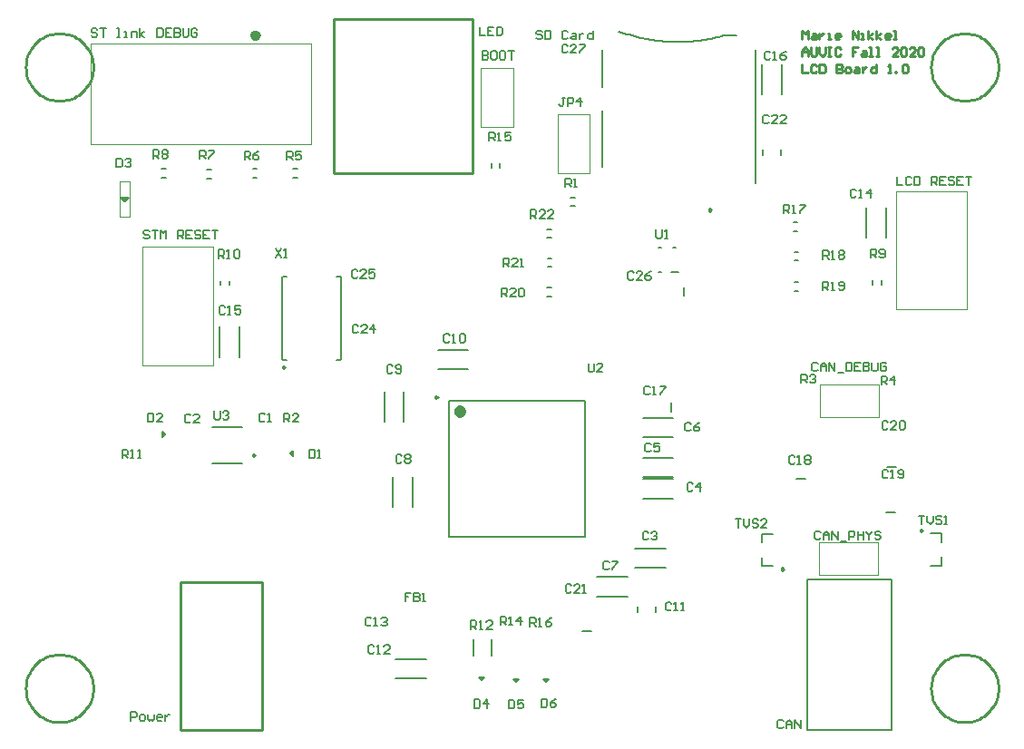
<source format=gto>
G04*
G04 #@! TF.GenerationSoftware,Altium Limited,Altium Designer,20.2.6 (244)*
G04*
G04 Layer_Color=65535*
%FSLAX25Y25*%
%MOIN*%
G70*
G04*
G04 #@! TF.SameCoordinates,4AA97A5E-EA8F-4A6E-9BBD-7CD435F3AC8D*
G04*
G04*
G04 #@! TF.FilePolarity,Positive*
G04*
G01*
G75*
%ADD10C,0.02000*%
%ADD11C,0.00984*%
%ADD12C,0.00787*%
%ADD13C,0.01000*%
%ADD14C,0.02362*%
%ADD15C,0.00394*%
%ADD16C,0.01200*%
%ADD17C,0.00900*%
%ADD18C,0.00600*%
D10*
X96750Y255650D02*
X96250Y256516D01*
X95250D01*
X94750Y255650D01*
X95250Y254784D01*
X96250D01*
X96750Y255650D01*
D11*
X263154Y191663D02*
X262416Y192089D01*
Y191237D01*
X263154Y191663D01*
X162616Y122829D02*
X161878Y123256D01*
Y122403D01*
X162616Y122829D01*
X289667Y59528D02*
X288929Y59955D01*
Y59102D01*
X289667Y59528D01*
X340678Y73817D02*
X339939Y74243D01*
Y73390D01*
X340678Y73817D01*
X95411Y101499D02*
X94673Y101925D01*
Y101073D01*
X95411Y101499D01*
X106535Y133751D02*
X105797Y134177D01*
Y133325D01*
X106535Y133751D01*
D12*
X229206Y257236D02*
X230156Y256895D01*
X231111Y256569D01*
X232071Y256259D01*
X233036Y255964D01*
X234005Y255684D01*
X234979Y255421D01*
X235958Y255173D01*
X236940Y254941D01*
X237925Y254724D01*
X238914Y254524D01*
X239906Y254340D01*
X240901Y254171D01*
X241899Y254019D01*
X242899Y253883D01*
X243900Y253762D01*
X244904Y253659D01*
X245909Y253571D01*
X246916Y253499D01*
X247923Y253444D01*
X248932Y253405D01*
X249940Y253382D01*
X250950Y253375D01*
X251958Y253385D01*
X252967Y253411D01*
X253975Y253453D01*
X254983Y253512D01*
X255989Y253587D01*
X256994Y253677D01*
X257997Y253784D01*
X258999Y253908D01*
X259998Y254047D01*
X260995Y254203D01*
X261990Y254374D01*
X262981Y254562D01*
X263969Y254765D01*
X264954Y254985D01*
X265936Y255220D01*
X266913Y255471D01*
X267886Y255738D01*
X289017Y234121D02*
Y245192D01*
X281883Y234121D02*
Y245192D01*
X237928Y115217D02*
X249000D01*
X237928Y108083D02*
X249000D01*
X242696Y43694D02*
Y45663D01*
X236003Y43694D02*
Y45663D01*
X320233Y181328D02*
Y192400D01*
X327367Y181328D02*
Y192400D01*
X288846Y211787D02*
Y213756D01*
X282154Y211787D02*
Y213756D01*
X61116Y206625D02*
X62691D01*
X61116Y203475D02*
X62691D01*
X77916Y206325D02*
X79491D01*
X77916Y203175D02*
X79491D01*
X94623Y206675D02*
X96198D01*
X94623Y203525D02*
X96198D01*
X109416Y206625D02*
X110991D01*
X109416Y203475D02*
X110991D01*
X211509Y196168D02*
X213084D01*
X211509Y193018D02*
X213084D01*
X82533Y137578D02*
Y148650D01*
X89667Y137578D02*
Y148650D01*
X279395Y201308D02*
Y250324D01*
X223095Y207411D02*
Y228080D01*
Y236741D02*
Y250324D01*
X267887Y255738D02*
X272544D01*
X147243Y26517D02*
X158315D01*
X147243Y19383D02*
X158315D01*
X162801Y132983D02*
X173872D01*
X162801Y140117D02*
X173872D01*
X143113Y113729D02*
Y124801D01*
X150247Y113729D02*
Y124801D01*
X146163Y82324D02*
Y93396D01*
X153297Y82324D02*
Y93396D01*
X221200Y49583D02*
X232272D01*
X221200Y56717D02*
X232272D01*
X237928Y93433D02*
X249000D01*
X237928Y100567D02*
X249000D01*
X237928Y85533D02*
X249000D01*
X237928Y92667D02*
X249000D01*
X235204Y67182D02*
X246276D01*
X235204Y60048D02*
X246276D01*
X248344Y117470D02*
Y120620D01*
X182396Y27919D02*
Y33824D01*
X175704Y27919D02*
Y33824D01*
X166750Y71550D02*
Y121550D01*
X216750Y71550D02*
Y121550D01*
X166750D02*
X216750D01*
X166750Y71550D02*
X216750D01*
X248548Y168674D02*
X251107D01*
X249040Y177926D02*
X249926D01*
X243824D02*
X244710D01*
X243824Y168674D02*
X244710D01*
X203009Y170725D02*
X204584D01*
X203009Y173875D02*
X204584D01*
X202809Y159925D02*
X204384D01*
X202809Y163075D02*
X204384D01*
X215875Y36851D02*
X219025D01*
X293659Y165075D02*
X295234D01*
X293659Y161925D02*
X295234D01*
X293616Y176275D02*
X295191D01*
X293616Y173125D02*
X295191D01*
X293316Y186975D02*
X294891D01*
X293316Y183825D02*
X294891D01*
X281695Y60710D02*
X285632D01*
X281695D02*
Y63859D01*
Y72521D02*
X285632D01*
X281695Y69371D02*
Y72521D01*
X322525Y164166D02*
Y165741D01*
X325675Y164166D02*
Y165741D01*
X343729Y72636D02*
X347666D01*
Y69486D02*
Y72636D01*
X343729Y60825D02*
X347666D01*
Y63974D01*
X327575Y80395D02*
X330725D01*
X327825Y97044D02*
X330975D01*
X294575Y92844D02*
X297725D01*
X202809Y184475D02*
X204384D01*
X202809Y181325D02*
X204384D01*
X252954Y160020D02*
Y163170D01*
X79651Y98546D02*
X90674D01*
X79651Y111932D02*
X90674D01*
X105846Y136310D02*
X107027D01*
X105452Y136704D02*
Y152255D01*
Y151074D02*
Y166625D01*
X105846Y167018D02*
X107027D01*
X125531D02*
X126712D01*
X127105Y151074D02*
Y166625D01*
X125531Y136310D02*
X126712D01*
X127105Y136704D02*
Y152255D01*
X105452Y136704D02*
X105846Y136310D01*
X105452Y166625D02*
X105846Y167018D01*
X126712D02*
X127105Y166625D01*
X126712Y136310D02*
X127105Y136704D01*
X185475Y207066D02*
Y208641D01*
X182325Y207066D02*
Y208641D01*
X85925Y163959D02*
Y165534D01*
X82775Y163959D02*
Y165534D01*
X49916Y3906D02*
Y7054D01*
X51490D01*
X52015Y6530D01*
Y5480D01*
X51490Y4955D01*
X49916D01*
X53589Y3906D02*
X54639D01*
X55163Y4431D01*
Y5480D01*
X54639Y6005D01*
X53589D01*
X53064Y5480D01*
Y4431D01*
X53589Y3906D01*
X56213Y6005D02*
Y4431D01*
X56738Y3906D01*
X57262Y4431D01*
X57787Y3906D01*
X58312Y4431D01*
Y6005D01*
X60936Y3906D02*
X59886D01*
X59361Y4431D01*
Y5480D01*
X59886Y6005D01*
X60936D01*
X61461Y5480D01*
Y4955D01*
X59361D01*
X62510Y6005D02*
Y3906D01*
Y4955D01*
X63035Y5480D01*
X63560Y6005D01*
X64084D01*
X44586Y210524D02*
Y207376D01*
X46161D01*
X46685Y207901D01*
Y209999D01*
X46161Y210524D01*
X44586D01*
X47735Y209999D02*
X48259Y210524D01*
X49309D01*
X49834Y209999D01*
Y209475D01*
X49309Y208950D01*
X48784D01*
X49309D01*
X49834Y208425D01*
Y207901D01*
X49309Y207376D01*
X48259D01*
X47735Y207901D01*
X37493Y257800D02*
X36968Y258324D01*
X35919D01*
X35394Y257800D01*
Y257275D01*
X35919Y256750D01*
X36968D01*
X37493Y256225D01*
Y255700D01*
X36968Y255176D01*
X35919D01*
X35394Y255700D01*
X38542Y258324D02*
X40641D01*
X39592D01*
Y255176D01*
X44840D02*
X45889D01*
X45364D01*
Y258324D01*
X44840D01*
X47463Y255176D02*
X48513D01*
X47988D01*
Y257275D01*
X47463D01*
X50087Y255176D02*
Y257275D01*
X51661D01*
X52186Y256750D01*
Y255176D01*
X53236D02*
Y258324D01*
Y256225D02*
X54810Y257275D01*
X53236Y256225D02*
X54810Y255176D01*
X59533Y258324D02*
Y255176D01*
X61107D01*
X61632Y255700D01*
Y257800D01*
X61107Y258324D01*
X59533D01*
X64780D02*
X62682D01*
Y255176D01*
X64780D01*
X62682Y256750D02*
X63731D01*
X65830Y258324D02*
Y255176D01*
X67404D01*
X67929Y255700D01*
Y256225D01*
X67404Y256750D01*
X65830D01*
X67404D01*
X67929Y257275D01*
Y257800D01*
X67404Y258324D01*
X65830D01*
X68979D02*
Y255700D01*
X69503Y255176D01*
X70553D01*
X71078Y255700D01*
Y258324D01*
X74226Y257800D02*
X73702Y258324D01*
X72652D01*
X72127Y257800D01*
Y255700D01*
X72652Y255176D01*
X73702D01*
X74226Y255700D01*
Y256750D01*
X73177D01*
X284849Y249394D02*
X284324Y249919D01*
X283275D01*
X282750Y249394D01*
Y247295D01*
X283275Y246771D01*
X284324D01*
X284849Y247295D01*
X285899Y246771D02*
X286948D01*
X286423D01*
Y249919D01*
X285899Y249394D01*
X290621Y249919D02*
X289572Y249394D01*
X288522Y248345D01*
Y247295D01*
X289047Y246771D01*
X290097D01*
X290621Y247295D01*
Y247820D01*
X290097Y248345D01*
X288522D01*
X84478Y155780D02*
X83954Y156304D01*
X82904D01*
X82379Y155780D01*
Y153681D01*
X82904Y153156D01*
X83954D01*
X84478Y153681D01*
X85528Y153156D02*
X86577D01*
X86053D01*
Y156304D01*
X85528Y155780D01*
X90251Y156304D02*
X88152D01*
Y154730D01*
X89201Y155255D01*
X89726D01*
X90251Y154730D01*
Y153681D01*
X89726Y153156D01*
X88676D01*
X88152Y153681D01*
X316448Y198720D02*
X315924Y199244D01*
X314874D01*
X314349Y198720D01*
Y196621D01*
X314874Y196096D01*
X315924D01*
X316448Y196621D01*
X317498Y196096D02*
X318547D01*
X318023D01*
Y199244D01*
X317498Y198720D01*
X321696Y196096D02*
Y199244D01*
X320122Y197670D01*
X322221D01*
X139228Y31109D02*
X138704Y31634D01*
X137654D01*
X137129Y31109D01*
Y29010D01*
X137654Y28486D01*
X138704D01*
X139228Y29010D01*
X140278Y28486D02*
X141327D01*
X140803D01*
Y31634D01*
X140278Y31109D01*
X145001Y28486D02*
X142902D01*
X145001Y30585D01*
Y31109D01*
X144476Y31634D01*
X143426D01*
X142902Y31109D01*
X166949Y145474D02*
X166424Y145999D01*
X165375D01*
X164850Y145474D01*
Y143375D01*
X165375Y142850D01*
X166424D01*
X166949Y143375D01*
X167999Y142850D02*
X169048D01*
X168523D01*
Y145999D01*
X167999Y145474D01*
X170622D02*
X171147Y145999D01*
X172197D01*
X172722Y145474D01*
Y143375D01*
X172197Y142850D01*
X171147D01*
X170622Y143375D01*
Y145474D01*
X146075Y134230D02*
X145551Y134754D01*
X144501D01*
X143976Y134230D01*
Y132131D01*
X144501Y131606D01*
X145551D01*
X146075Y132131D01*
X147125D02*
X147650Y131606D01*
X148699D01*
X149224Y132131D01*
Y134230D01*
X148699Y134754D01*
X147650D01*
X147125Y134230D01*
Y133705D01*
X147650Y133180D01*
X149224D01*
X149445Y101219D02*
X148921Y101744D01*
X147871D01*
X147346Y101219D01*
Y99120D01*
X147871Y98596D01*
X148921D01*
X149445Y99120D01*
X150495Y101219D02*
X151020Y101744D01*
X152069D01*
X152594Y101219D01*
Y100695D01*
X152069Y100170D01*
X152594Y99645D01*
Y99120D01*
X152069Y98596D01*
X151020D01*
X150495Y99120D01*
Y99645D01*
X151020Y100170D01*
X150495Y100695D01*
Y101219D01*
X151020Y100170D02*
X152069D01*
X225605Y62024D02*
X225080Y62549D01*
X224031D01*
X223506Y62024D01*
Y59926D01*
X224031Y59401D01*
X225080D01*
X225605Y59926D01*
X226655Y62549D02*
X228754D01*
Y62024D01*
X226655Y59926D01*
Y59401D01*
X255655Y112940D02*
X255131Y113464D01*
X254081D01*
X253556Y112940D01*
Y110840D01*
X254081Y110316D01*
X255131D01*
X255655Y110840D01*
X258804Y113464D02*
X257754Y112940D01*
X256705Y111890D01*
Y110840D01*
X257229Y110316D01*
X258279D01*
X258804Y110840D01*
Y111365D01*
X258279Y111890D01*
X256705D01*
X240985Y105354D02*
X240460Y105879D01*
X239411D01*
X238886Y105354D01*
Y103255D01*
X239411Y102731D01*
X240460D01*
X240985Y103255D01*
X244134Y105879D02*
X242035D01*
Y104305D01*
X243084Y104830D01*
X243609D01*
X244134Y104305D01*
Y103255D01*
X243609Y102731D01*
X242560D01*
X242035Y103255D01*
X256395Y90864D02*
X255871Y91389D01*
X254821D01*
X254296Y90864D01*
Y88766D01*
X254821Y88241D01*
X255871D01*
X256395Y88766D01*
X259019Y88241D02*
Y91389D01*
X257445Y89815D01*
X259544D01*
X240060Y72925D02*
X239535Y73449D01*
X238486D01*
X237961Y72925D01*
Y70825D01*
X238486Y70301D01*
X239535D01*
X240060Y70825D01*
X241110Y72925D02*
X241634Y73449D01*
X242684D01*
X243209Y72925D01*
Y72400D01*
X242684Y71875D01*
X242159D01*
X242684D01*
X243209Y71350D01*
Y70825D01*
X242684Y70301D01*
X241634D01*
X241110Y70825D01*
X289647Y3650D02*
X289122Y4174D01*
X288072D01*
X287548Y3650D01*
Y1551D01*
X288072Y1026D01*
X289122D01*
X289647Y1551D01*
X290696Y1026D02*
Y3125D01*
X291746Y4174D01*
X292795Y3125D01*
Y1026D01*
Y2600D01*
X290696D01*
X293845Y1026D02*
Y4174D01*
X295944Y1026D01*
Y4174D01*
X331466Y203864D02*
Y200716D01*
X333565D01*
X336714Y203340D02*
X336189Y203864D01*
X335139D01*
X334615Y203340D01*
Y201240D01*
X335139Y200716D01*
X336189D01*
X336714Y201240D01*
X337763Y203864D02*
Y200716D01*
X339338D01*
X339862Y201240D01*
Y203340D01*
X339338Y203864D01*
X337763D01*
X344060Y200716D02*
Y203864D01*
X345635D01*
X346160Y203340D01*
Y202290D01*
X345635Y201765D01*
X344060D01*
X345110D02*
X346160Y200716D01*
X349308Y203864D02*
X347209D01*
Y200716D01*
X349308D01*
X347209Y202290D02*
X348259D01*
X352457Y203340D02*
X351932Y203864D01*
X350882D01*
X350358Y203340D01*
Y202815D01*
X350882Y202290D01*
X351932D01*
X352457Y201765D01*
Y201240D01*
X351932Y200716D01*
X350882D01*
X350358Y201240D01*
X355605Y203864D02*
X353506D01*
Y200716D01*
X355605D01*
X353506Y202290D02*
X354556D01*
X356655Y203864D02*
X358754D01*
X357704D01*
Y200716D01*
X103058Y177327D02*
X105157Y174178D01*
Y177327D02*
X103058Y174178D01*
X106206D02*
X107256D01*
X106731D01*
Y177327D01*
X106206Y176802D01*
X80511Y117754D02*
Y115130D01*
X81036Y114606D01*
X82086D01*
X82610Y115130D01*
Y117754D01*
X83660Y117229D02*
X84184Y117754D01*
X85234D01*
X85759Y117229D01*
Y116705D01*
X85234Y116180D01*
X84709D01*
X85234D01*
X85759Y115655D01*
Y115130D01*
X85234Y114606D01*
X84184D01*
X83660Y115130D01*
X217991Y135199D02*
Y132576D01*
X218516Y132051D01*
X219566D01*
X220090Y132576D01*
Y135199D01*
X223239Y132051D02*
X221140D01*
X223239Y134150D01*
Y134675D01*
X222714Y135199D01*
X221665D01*
X221140Y134675D01*
X242917Y184414D02*
Y181790D01*
X243442Y181266D01*
X244492D01*
X245017Y181790D01*
Y184414D01*
X246066Y181266D02*
X247116D01*
X246591D01*
Y184414D01*
X246066Y183890D01*
X271988Y77959D02*
X274087D01*
X273037D01*
Y74811D01*
X275136Y77959D02*
Y75860D01*
X276186Y74811D01*
X277235Y75860D01*
Y77959D01*
X280384Y77434D02*
X279859Y77959D01*
X278809D01*
X278285Y77434D01*
Y76910D01*
X278809Y76385D01*
X279859D01*
X280384Y75860D01*
Y75336D01*
X279859Y74811D01*
X278809D01*
X278285Y75336D01*
X283532Y74811D02*
X281433D01*
X283532Y76910D01*
Y77434D01*
X283008Y77959D01*
X281958D01*
X281433Y77434D01*
X339417Y79209D02*
X341516D01*
X340467D01*
Y76061D01*
X342566Y79209D02*
Y77110D01*
X343616Y76061D01*
X344665Y77110D01*
Y79209D01*
X347814Y78685D02*
X347289Y79209D01*
X346239D01*
X345714Y78685D01*
Y78160D01*
X346239Y77635D01*
X347289D01*
X347814Y77110D01*
Y76586D01*
X347289Y76061D01*
X346239D01*
X345714Y76586D01*
X348863Y76061D02*
X349913D01*
X349388D01*
Y79209D01*
X348863Y78685D01*
X56599Y183624D02*
X56074Y184149D01*
X55025D01*
X54500Y183624D01*
Y183099D01*
X55025Y182574D01*
X56074D01*
X56599Y182050D01*
Y181525D01*
X56074Y181000D01*
X55025D01*
X54500Y181525D01*
X57649Y184149D02*
X59748D01*
X58698D01*
Y181000D01*
X60797D02*
Y184149D01*
X61847Y183099D01*
X62896Y184149D01*
Y181000D01*
X67094D02*
Y184149D01*
X68669D01*
X69193Y183624D01*
Y182574D01*
X68669Y182050D01*
X67094D01*
X68144D02*
X69193Y181000D01*
X72342Y184149D02*
X70243D01*
Y181000D01*
X72342D01*
X70243Y182574D02*
X71293D01*
X75491Y183624D02*
X74966Y184149D01*
X73916D01*
X73391Y183624D01*
Y183099D01*
X73916Y182574D01*
X74966D01*
X75491Y182050D01*
Y181525D01*
X74966Y181000D01*
X73916D01*
X73391Y181525D01*
X78639Y184149D02*
X76540D01*
Y181000D01*
X78639D01*
X76540Y182574D02*
X77590D01*
X79689Y184149D02*
X81788D01*
X80738D01*
Y181000D01*
X196792Y188506D02*
Y191654D01*
X198366D01*
X198891Y191130D01*
Y190080D01*
X198366Y189555D01*
X196792D01*
X197841D02*
X198891Y188506D01*
X202040D02*
X199941D01*
X202040Y190605D01*
Y191130D01*
X201515Y191654D01*
X200465D01*
X199941Y191130D01*
X205188Y188506D02*
X203089D01*
X205188Y190605D01*
Y191130D01*
X204663Y191654D01*
X203614D01*
X203089Y191130D01*
X186727Y170676D02*
Y173824D01*
X188301D01*
X188826Y173300D01*
Y172250D01*
X188301Y171725D01*
X186727D01*
X187776D02*
X188826Y170676D01*
X191974D02*
X189875D01*
X191974Y172775D01*
Y173300D01*
X191449Y173824D01*
X190400D01*
X189875Y173300D01*
X193024Y170676D02*
X194073D01*
X193549D01*
Y173824D01*
X193024Y173300D01*
X186052Y159726D02*
Y162874D01*
X187626D01*
X188151Y162349D01*
Y161300D01*
X187626Y160775D01*
X186052D01*
X187101D02*
X188151Y159726D01*
X191299D02*
X189200D01*
X191299Y161825D01*
Y162349D01*
X190775Y162874D01*
X189725D01*
X189200Y162349D01*
X192349D02*
X192874Y162874D01*
X193923D01*
X194448Y162349D01*
Y160250D01*
X193923Y159726D01*
X192874D01*
X192349Y160250D01*
Y162349D01*
X304157Y162126D02*
Y165274D01*
X305732D01*
X306256Y164750D01*
Y163700D01*
X305732Y163175D01*
X304157D01*
X305207D02*
X306256Y162126D01*
X307306D02*
X308355D01*
X307831D01*
Y165274D01*
X307306Y164750D01*
X309930Y162651D02*
X310454Y162126D01*
X311504D01*
X312029Y162651D01*
Y164750D01*
X311504Y165274D01*
X310454D01*
X309930Y164750D01*
Y164225D01*
X310454Y163700D01*
X312029D01*
X304221Y173576D02*
Y176724D01*
X305796D01*
X306320Y176199D01*
Y175150D01*
X305796Y174625D01*
X304221D01*
X305271D02*
X306320Y173576D01*
X307370D02*
X308419D01*
X307895D01*
Y176724D01*
X307370Y176199D01*
X309994D02*
X310519Y176724D01*
X311568D01*
X312093Y176199D01*
Y175675D01*
X311568Y175150D01*
X312093Y174625D01*
Y174100D01*
X311568Y173576D01*
X310519D01*
X309994Y174100D01*
Y174625D01*
X310519Y175150D01*
X309994Y175675D01*
Y176199D01*
X310519Y175150D02*
X311568D01*
X289824Y190456D02*
Y193604D01*
X291399D01*
X291923Y193079D01*
Y192030D01*
X291399Y191505D01*
X289824D01*
X290874D02*
X291923Y190456D01*
X292973D02*
X294022D01*
X293498D01*
Y193604D01*
X292973Y193079D01*
X295597Y193604D02*
X297696D01*
Y193079D01*
X295597Y190981D01*
Y190456D01*
X196554Y38581D02*
Y41729D01*
X198129D01*
X198653Y41205D01*
Y40155D01*
X198129Y39630D01*
X196554D01*
X197604D02*
X198653Y38581D01*
X199703D02*
X200752D01*
X200228D01*
Y41729D01*
X199703Y41205D01*
X204426Y41729D02*
X203376Y41205D01*
X202327Y40155D01*
Y39105D01*
X202851Y38581D01*
X203901D01*
X204426Y39105D01*
Y39630D01*
X203901Y40155D01*
X202327D01*
X181579Y216968D02*
Y220116D01*
X183153D01*
X183678Y219591D01*
Y218542D01*
X183153Y218017D01*
X181579D01*
X182628D02*
X183678Y216968D01*
X184727D02*
X185777D01*
X185252D01*
Y220116D01*
X184727Y219591D01*
X189450Y220116D02*
X187351D01*
Y218542D01*
X188401Y219067D01*
X188926D01*
X189450Y218542D01*
Y217493D01*
X188926Y216968D01*
X187876D01*
X187351Y217493D01*
X185754Y38966D02*
Y42114D01*
X187329D01*
X187853Y41589D01*
Y40540D01*
X187329Y40015D01*
X185754D01*
X186804D02*
X187853Y38966D01*
X188903D02*
X189952D01*
X189428D01*
Y42114D01*
X188903Y41589D01*
X193101Y38966D02*
Y42114D01*
X191527Y40540D01*
X193626D01*
X174804Y37491D02*
Y40639D01*
X176379D01*
X176903Y40115D01*
Y39065D01*
X176379Y38540D01*
X174804D01*
X175854D02*
X176903Y37491D01*
X177953D02*
X179002D01*
X178478D01*
Y40639D01*
X177953Y40115D01*
X182676Y37491D02*
X180577D01*
X182676Y39590D01*
Y40115D01*
X182151Y40639D01*
X181101D01*
X180577Y40115D01*
X46644Y100346D02*
Y103494D01*
X48218D01*
X48743Y102970D01*
Y101920D01*
X48218Y101395D01*
X46644D01*
X47694D02*
X48743Y100346D01*
X49793D02*
X50842D01*
X50317D01*
Y103494D01*
X49793Y102970D01*
X52416Y100346D02*
X53466D01*
X52941D01*
Y103494D01*
X52416Y102970D01*
X82029Y173861D02*
Y177009D01*
X83603D01*
X84128Y176484D01*
Y175435D01*
X83603Y174910D01*
X82029D01*
X83078D02*
X84128Y173861D01*
X85177D02*
X86227D01*
X85702D01*
Y177009D01*
X85177Y176484D01*
X87801D02*
X88326Y177009D01*
X89376D01*
X89900Y176484D01*
Y174385D01*
X89376Y173861D01*
X88326D01*
X87801Y174385D01*
Y176484D01*
X321700Y174000D02*
Y177149D01*
X323274D01*
X323799Y176624D01*
Y175574D01*
X323274Y175049D01*
X321700D01*
X322749D02*
X323799Y174000D01*
X324849Y174525D02*
X325373Y174000D01*
X326423D01*
X326948Y174525D01*
Y176624D01*
X326423Y177149D01*
X325373D01*
X324849Y176624D01*
Y176099D01*
X325373Y175574D01*
X326948D01*
X58146Y210496D02*
Y213644D01*
X59720D01*
X60245Y213120D01*
Y212070D01*
X59720Y211545D01*
X58146D01*
X59196D02*
X60245Y210496D01*
X61295Y213120D02*
X61819Y213644D01*
X62869D01*
X63394Y213120D01*
Y212595D01*
X62869Y212070D01*
X63394Y211545D01*
Y211020D01*
X62869Y210496D01*
X61819D01*
X61295Y211020D01*
Y211545D01*
X61819Y212070D01*
X61295Y212595D01*
Y213120D01*
X61819Y212070D02*
X62869D01*
X75246Y210316D02*
Y213464D01*
X76820D01*
X77345Y212940D01*
Y211890D01*
X76820Y211365D01*
X75246D01*
X76296D02*
X77345Y210316D01*
X78395Y213464D02*
X80494D01*
Y212940D01*
X78395Y210841D01*
Y210316D01*
X91626Y210076D02*
Y213224D01*
X93200D01*
X93725Y212700D01*
Y211650D01*
X93200Y211125D01*
X91626D01*
X92676D02*
X93725Y210076D01*
X96874Y213224D02*
X95824Y212700D01*
X94775Y211650D01*
Y210600D01*
X95300Y210076D01*
X96349D01*
X96874Y210600D01*
Y211125D01*
X96349Y211650D01*
X94775D01*
X107166Y210016D02*
Y213164D01*
X108740D01*
X109265Y212639D01*
Y211590D01*
X108740Y211065D01*
X107166D01*
X108216D02*
X109265Y210016D01*
X112414Y213164D02*
X110315D01*
Y211590D01*
X111364Y212115D01*
X111889D01*
X112414Y211590D01*
Y210541D01*
X111889Y210016D01*
X110839D01*
X110315Y210541D01*
X325661Y127401D02*
Y130549D01*
X327236D01*
X327760Y130025D01*
Y128975D01*
X327236Y128450D01*
X325661D01*
X326711D02*
X327760Y127401D01*
X330384D02*
Y130549D01*
X328810Y128975D01*
X330909D01*
X296236Y127976D02*
Y131124D01*
X297811D01*
X298335Y130599D01*
Y129550D01*
X297811Y129025D01*
X296236D01*
X297286D02*
X298335Y127976D01*
X299385Y130599D02*
X299909Y131124D01*
X300959D01*
X301484Y130599D01*
Y130075D01*
X300959Y129550D01*
X300434D01*
X300959D01*
X301484Y129025D01*
Y128500D01*
X300959Y127976D01*
X299909D01*
X299385Y128500D01*
X106111Y113636D02*
Y116784D01*
X107685D01*
X108210Y116260D01*
Y115210D01*
X107685Y114685D01*
X106111D01*
X107161D02*
X108210Y113636D01*
X111359D02*
X109260D01*
X111359Y115735D01*
Y116260D01*
X110834Y116784D01*
X109784D01*
X109260Y116260D01*
X209576Y200001D02*
Y203149D01*
X211150D01*
X211675Y202625D01*
Y201575D01*
X211150Y201050D01*
X209576D01*
X210626D02*
X211675Y200001D01*
X212724D02*
X213774D01*
X213249D01*
Y203149D01*
X212724Y202625D01*
X209349Y232942D02*
X208299D01*
X208824D01*
Y230318D01*
X208299Y229793D01*
X207775D01*
X207250Y230318D01*
X210399Y229793D02*
Y232942D01*
X211973D01*
X212498Y232417D01*
Y231367D01*
X211973Y230842D01*
X210399D01*
X215122Y229793D02*
Y232942D01*
X213547Y231367D01*
X215646D01*
X179100Y249949D02*
Y246800D01*
X180674D01*
X181199Y247325D01*
Y247849D01*
X180674Y248374D01*
X179100D01*
X180674D01*
X181199Y248899D01*
Y249424D01*
X180674Y249949D01*
X179100D01*
X183823D02*
X182773D01*
X182249Y249424D01*
Y247325D01*
X182773Y246800D01*
X183823D01*
X184348Y247325D01*
Y249424D01*
X183823Y249949D01*
X186971D02*
X185922D01*
X185397Y249424D01*
Y247325D01*
X185922Y246800D01*
X186971D01*
X187496Y247325D01*
Y249424D01*
X186971Y249949D01*
X188546D02*
X190645D01*
X189595D01*
Y246800D01*
X303325Y73062D02*
X302800Y73587D01*
X301750D01*
X301225Y73062D01*
Y70963D01*
X301750Y70438D01*
X302800D01*
X303325Y70963D01*
X304374Y70438D02*
Y72537D01*
X305423Y73587D01*
X306473Y72537D01*
Y70438D01*
Y72012D01*
X304374D01*
X307523Y70438D02*
Y73587D01*
X309622Y70438D01*
Y73587D01*
X310671Y69913D02*
X312770D01*
X313820Y70438D02*
Y73587D01*
X315394D01*
X315919Y73062D01*
Y72012D01*
X315394Y71488D01*
X313820D01*
X316968Y73587D02*
Y70438D01*
Y72012D01*
X319067D01*
Y73587D01*
Y70438D01*
X320117Y73587D02*
Y73062D01*
X321166Y72012D01*
X322216Y73062D01*
Y73587D01*
X321166Y72012D02*
Y70438D01*
X325365Y73062D02*
X324840Y73587D01*
X323790D01*
X323266Y73062D01*
Y72537D01*
X323790Y72012D01*
X324840D01*
X325365Y71488D01*
Y70963D01*
X324840Y70438D01*
X323790D01*
X323266Y70963D01*
X302265Y135017D02*
X301740Y135542D01*
X300691D01*
X300166Y135017D01*
Y132918D01*
X300691Y132393D01*
X301740D01*
X302265Y132918D01*
X303315Y132393D02*
Y134492D01*
X304364Y135542D01*
X305414Y134492D01*
Y132393D01*
Y133967D01*
X303315D01*
X306463Y132393D02*
Y135542D01*
X308562Y132393D01*
Y135542D01*
X309612Y131868D02*
X311711D01*
X312760Y135542D02*
Y132393D01*
X314335D01*
X314860Y132918D01*
Y135017D01*
X314335Y135542D01*
X312760D01*
X318008D02*
X315909D01*
Y132393D01*
X318008D01*
X315909Y133967D02*
X316959D01*
X319058Y135542D02*
Y132393D01*
X320632D01*
X321157Y132918D01*
Y133443D01*
X320632Y133967D01*
X319058D01*
X320632D01*
X321157Y134492D01*
Y135017D01*
X320632Y135542D01*
X319058D01*
X322206D02*
Y132918D01*
X322731Y132393D01*
X323780D01*
X324305Y132918D01*
Y135542D01*
X327454Y135017D02*
X326929Y135542D01*
X325880D01*
X325355Y135017D01*
Y132918D01*
X325880Y132393D01*
X326929D01*
X327454Y132918D01*
Y133967D01*
X326404D01*
X152796Y50854D02*
X150697D01*
Y49280D01*
X151746D01*
X150697D01*
Y47706D01*
X153845Y50854D02*
Y47706D01*
X155420D01*
X155944Y48230D01*
Y48755D01*
X155420Y49280D01*
X153845D01*
X155420D01*
X155944Y49805D01*
Y50330D01*
X155420Y50854D01*
X153845D01*
X156994Y47706D02*
X158043D01*
X157519D01*
Y50854D01*
X156994Y50330D01*
X200776Y11924D02*
Y8776D01*
X202350D01*
X202875Y9301D01*
Y11400D01*
X202350Y11924D01*
X200776D01*
X206024D02*
X204974Y11400D01*
X203925Y10350D01*
Y9301D01*
X204450Y8776D01*
X205499D01*
X206024Y9301D01*
Y9825D01*
X205499Y10350D01*
X203925D01*
X188811Y11459D02*
Y8311D01*
X190385D01*
X190910Y8835D01*
Y10934D01*
X190385Y11459D01*
X188811D01*
X194059D02*
X191960D01*
Y9885D01*
X193009Y10410D01*
X193534D01*
X194059Y9885D01*
Y8835D01*
X193534Y8311D01*
X192484D01*
X191960Y8835D01*
X176116Y11724D02*
Y8576D01*
X177690D01*
X178215Y9100D01*
Y11199D01*
X177690Y11724D01*
X176116D01*
X180839Y8576D02*
Y11724D01*
X179265Y10150D01*
X181364D01*
X56136Y116849D02*
Y113701D01*
X57710D01*
X58235Y114225D01*
Y116324D01*
X57710Y116849D01*
X56136D01*
X61384Y113701D02*
X59285D01*
X61384Y115800D01*
Y116324D01*
X60859Y116849D01*
X59809D01*
X59285Y116324D01*
X115351Y103524D02*
Y100376D01*
X116925D01*
X117450Y100900D01*
Y102999D01*
X116925Y103524D01*
X115351D01*
X118500Y100376D02*
X119549D01*
X119024D01*
Y103524D01*
X118500Y102999D01*
X178007Y258914D02*
Y255766D01*
X180106D01*
X183255Y258914D02*
X181156D01*
Y255766D01*
X183255D01*
X181156Y257340D02*
X182205D01*
X184304Y258914D02*
Y255766D01*
X185878D01*
X186403Y256291D01*
Y258389D01*
X185878Y258914D01*
X184304D01*
X200989Y257035D02*
X200464Y257560D01*
X199414D01*
X198890Y257035D01*
Y256510D01*
X199414Y255985D01*
X200464D01*
X200989Y255461D01*
Y254936D01*
X200464Y254411D01*
X199414D01*
X198890Y254936D01*
X202038Y257560D02*
Y254411D01*
X203612D01*
X204137Y254936D01*
Y257035D01*
X203612Y257560D01*
X202038D01*
X210434Y257035D02*
X209910Y257560D01*
X208860D01*
X208335Y257035D01*
Y254936D01*
X208860Y254411D01*
X209910D01*
X210434Y254936D01*
X212009Y256510D02*
X213058D01*
X213583Y255985D01*
Y254411D01*
X212009D01*
X211484Y254936D01*
X212009Y255461D01*
X213583D01*
X214633Y256510D02*
Y254411D01*
Y255461D01*
X215157Y255985D01*
X215682Y256510D01*
X216207D01*
X219880Y257560D02*
Y254411D01*
X218306D01*
X217781Y254936D01*
Y255985D01*
X218306Y256510D01*
X219880D01*
X210396Y251940D02*
X209871Y252464D01*
X208822D01*
X208297Y251940D01*
Y249840D01*
X208822Y249316D01*
X209871D01*
X210396Y249840D01*
X213545Y249316D02*
X211445D01*
X213545Y251415D01*
Y251940D01*
X213020Y252464D01*
X211970D01*
X211445Y251940D01*
X214594Y252464D02*
X216693D01*
Y251940D01*
X214594Y249840D01*
Y249316D01*
X234656Y168540D02*
X234131Y169064D01*
X233082D01*
X232557Y168540D01*
Y166440D01*
X233082Y165916D01*
X234131D01*
X234656Y166440D01*
X237805Y165916D02*
X235705D01*
X237805Y168015D01*
Y168540D01*
X237280Y169064D01*
X236230D01*
X235705Y168540D01*
X240953Y169064D02*
X239904Y168540D01*
X238854Y167490D01*
Y166440D01*
X239379Y165916D01*
X240428D01*
X240953Y166440D01*
Y166965D01*
X240428Y167490D01*
X238854D01*
X133178Y169227D02*
X132653Y169752D01*
X131604D01*
X131079Y169227D01*
Y167128D01*
X131604Y166604D01*
X132653D01*
X133178Y167128D01*
X136326Y166604D02*
X134227D01*
X136326Y168703D01*
Y169227D01*
X135802Y169752D01*
X134752D01*
X134227Y169227D01*
X139475Y169752D02*
X137376D01*
Y168178D01*
X138426Y168703D01*
X138950D01*
X139475Y168178D01*
Y167128D01*
X138950Y166604D01*
X137901D01*
X137376Y167128D01*
X133449Y148924D02*
X132924Y149449D01*
X131875D01*
X131350Y148924D01*
Y146825D01*
X131875Y146300D01*
X132924D01*
X133449Y146825D01*
X136598Y146300D02*
X134499D01*
X136598Y148399D01*
Y148924D01*
X136073Y149449D01*
X135023D01*
X134499Y148924D01*
X139222Y146300D02*
Y149449D01*
X137647Y147874D01*
X139746D01*
X284349Y225974D02*
X283824Y226499D01*
X282775D01*
X282250Y225974D01*
Y223875D01*
X282775Y223350D01*
X283824D01*
X284349Y223875D01*
X287498Y223350D02*
X285399D01*
X287498Y225449D01*
Y225974D01*
X286973Y226499D01*
X285923D01*
X285399Y225974D01*
X290646Y223350D02*
X288547D01*
X290646Y225449D01*
Y225974D01*
X290122Y226499D01*
X289072D01*
X288547Y225974D01*
X211706Y53444D02*
X211181Y53969D01*
X210131D01*
X209607Y53444D01*
Y51345D01*
X210131Y50821D01*
X211181D01*
X211706Y51345D01*
X214854Y50821D02*
X212755D01*
X214854Y52920D01*
Y53444D01*
X214330Y53969D01*
X213280D01*
X212755Y53444D01*
X215904Y50821D02*
X216953D01*
X216429D01*
Y53969D01*
X215904Y53444D01*
X328106Y113440D02*
X327581Y113964D01*
X326532D01*
X326007Y113440D01*
Y111340D01*
X326532Y110816D01*
X327581D01*
X328106Y111340D01*
X331255Y110816D02*
X329155D01*
X331255Y112915D01*
Y113440D01*
X330730Y113964D01*
X329680D01*
X329155Y113440D01*
X332304D02*
X332829Y113964D01*
X333878D01*
X334403Y113440D01*
Y111340D01*
X333878Y110816D01*
X332829D01*
X332304Y111340D01*
Y113440D01*
X328128Y95590D02*
X327604Y96114D01*
X326554D01*
X326029Y95590D01*
Y93490D01*
X326554Y92966D01*
X327604D01*
X328128Y93490D01*
X329178Y92966D02*
X330227D01*
X329703D01*
Y96114D01*
X329178Y95590D01*
X331802Y93490D02*
X332327Y92966D01*
X333376D01*
X333901Y93490D01*
Y95590D01*
X333376Y96114D01*
X332327D01*
X331802Y95590D01*
Y95065D01*
X332327Y94540D01*
X333901D01*
X293833Y100794D02*
X293309Y101319D01*
X292259D01*
X291734Y100794D01*
Y98695D01*
X292259Y98171D01*
X293309D01*
X293833Y98695D01*
X294883Y98171D02*
X295932D01*
X295408D01*
Y101319D01*
X294883Y100794D01*
X297507D02*
X298031Y101319D01*
X299081D01*
X299606Y100794D01*
Y100270D01*
X299081Y99745D01*
X299606Y99220D01*
Y98695D01*
X299081Y98171D01*
X298031D01*
X297507Y98695D01*
Y99220D01*
X298031Y99745D01*
X297507Y100270D01*
Y100794D01*
X298031Y99745D02*
X299081D01*
X240648Y126374D02*
X240124Y126899D01*
X239074D01*
X238549Y126374D01*
Y124276D01*
X239074Y123751D01*
X240124D01*
X240648Y124276D01*
X241698Y123751D02*
X242747D01*
X242223D01*
Y126899D01*
X241698Y126374D01*
X244322Y126899D02*
X246421D01*
Y126374D01*
X244322Y124276D01*
Y123751D01*
X138183Y41295D02*
X137659Y41819D01*
X136609D01*
X136084Y41295D01*
Y39195D01*
X136609Y38671D01*
X137659D01*
X138183Y39195D01*
X139233Y38671D02*
X140282D01*
X139758D01*
Y41819D01*
X139233Y41295D01*
X141857D02*
X142381Y41819D01*
X143431D01*
X143956Y41295D01*
Y40770D01*
X143431Y40245D01*
X142906D01*
X143431D01*
X143956Y39720D01*
Y39195D01*
X143431Y38671D01*
X142381D01*
X141857Y39195D01*
X248503Y46909D02*
X247978Y47434D01*
X246929D01*
X246404Y46909D01*
Y44811D01*
X246929Y44286D01*
X247978D01*
X248503Y44811D01*
X249553Y44286D02*
X250602D01*
X250077D01*
Y47434D01*
X249553Y46909D01*
X252176Y44286D02*
X253226D01*
X252701D01*
Y47434D01*
X252176Y46909D01*
X71815Y116019D02*
X71290Y116544D01*
X70241D01*
X69716Y116019D01*
Y113920D01*
X70241Y113396D01*
X71290D01*
X71815Y113920D01*
X74964Y113396D02*
X72865D01*
X74964Y115495D01*
Y116019D01*
X74439Y116544D01*
X73390D01*
X72865Y116019D01*
X99162Y116288D02*
X98638Y116813D01*
X97588D01*
X97063Y116288D01*
Y114189D01*
X97588Y113665D01*
X98638D01*
X99162Y114189D01*
X100212Y113665D02*
X101261D01*
X100737D01*
Y116813D01*
X100212Y116288D01*
D13*
X368699Y244094D02*
X368659Y245092D01*
X368539Y246084D01*
X368339Y247062D01*
X368061Y248021D01*
X367707Y248955D01*
X367279Y249857D01*
X366780Y250722D01*
X366212Y251544D01*
X365581Y252317D01*
X364889Y253037D01*
X364142Y253700D01*
X363343Y254299D01*
X362499Y254833D01*
X361615Y255297D01*
X360696Y255689D01*
X359749Y256005D01*
X358780Y256244D01*
X357794Y256404D01*
X356799Y256484D01*
X355800D01*
X354805Y256404D01*
X353819Y256244D01*
X352849Y256005D01*
X351902Y255689D01*
X350983Y255297D01*
X350099Y254833D01*
X349255Y254299D01*
X348457Y253700D01*
X347709Y253037D01*
X347018Y252317D01*
X346386Y251544D01*
X345819Y250722D01*
X345320Y249857D01*
X344892Y248955D01*
X344537Y248021D01*
X344260Y247062D01*
X344060Y246084D01*
X343939Y245092D01*
X343899Y244094D01*
X343939Y243097D01*
X344060Y242105D01*
X344260Y241127D01*
X344537Y240168D01*
X344892Y239234D01*
X345320Y238332D01*
X345819Y237467D01*
X346386Y236645D01*
X347018Y235872D01*
X347709Y235152D01*
X348457Y234489D01*
X349255Y233890D01*
X350099Y233356D01*
X350983Y232892D01*
X351902Y232500D01*
X352849Y232184D01*
X353819Y231945D01*
X354805Y231785D01*
X355800Y231705D01*
X356799D01*
X357794Y231785D01*
X358780Y231945D01*
X359749Y232184D01*
X360696Y232500D01*
X361615Y232892D01*
X362499Y233356D01*
X363343Y233890D01*
X364142Y234489D01*
X364889Y235152D01*
X365581Y235872D01*
X366212Y236645D01*
X366780Y237467D01*
X367279Y238332D01*
X367707Y239234D01*
X368061Y240168D01*
X368339Y241127D01*
X368539Y242105D01*
X368659Y243097D01*
X368699Y244094D01*
X36022Y15748D02*
X35982Y16746D01*
X35862Y17737D01*
X35662Y18715D01*
X35384Y19675D01*
X35030Y20608D01*
X34602Y21511D01*
X34102Y22375D01*
X33535Y23197D01*
X32904Y23971D01*
X32212Y24691D01*
X31464Y25353D01*
X30666Y25953D01*
X29822Y26487D01*
X28938Y26951D01*
X28019Y27342D01*
X27072Y27658D01*
X26102Y27897D01*
X25117Y28058D01*
X24121Y28138D01*
X23123D01*
X22127Y28058D01*
X21142Y27897D01*
X20172Y27658D01*
X19225Y27342D01*
X18306Y26951D01*
X17422Y26487D01*
X16578Y25953D01*
X15780Y25353D01*
X15032Y24691D01*
X14341Y23971D01*
X13709Y23197D01*
X13142Y22375D01*
X12642Y21511D01*
X12214Y20608D01*
X11860Y19675D01*
X11582Y18715D01*
X11383Y17737D01*
X11262Y16746D01*
X11222Y15748D01*
X11262Y14750D01*
X11383Y13759D01*
X11582Y12780D01*
X11860Y11821D01*
X12214Y10888D01*
X12642Y9985D01*
X13142Y9121D01*
X13709Y8299D01*
X14341Y7525D01*
X15032Y6805D01*
X15780Y6143D01*
X16578Y5543D01*
X17422Y5009D01*
X18306Y4545D01*
X19225Y4154D01*
X20172Y3838D01*
X21142Y3599D01*
X22127Y3438D01*
X23123Y3358D01*
X24121D01*
X25117Y3438D01*
X26102Y3599D01*
X27072Y3838D01*
X28019Y4154D01*
X28938Y4545D01*
X29822Y5009D01*
X30666Y5543D01*
X31464Y6143D01*
X32212Y6805D01*
X32904Y7525D01*
X33535Y8299D01*
X34102Y9121D01*
X34602Y9985D01*
X35030Y10888D01*
X35384Y11821D01*
X35662Y12780D01*
X35862Y13759D01*
X35982Y14750D01*
X36022Y15748D01*
X368699D02*
X368659Y16746D01*
X368539Y17737D01*
X368339Y18715D01*
X368061Y19675D01*
X367707Y20608D01*
X367279Y21511D01*
X366780Y22375D01*
X366212Y23197D01*
X365581Y23971D01*
X364889Y24691D01*
X364142Y25353D01*
X363343Y25953D01*
X362499Y26487D01*
X361615Y26951D01*
X360696Y27342D01*
X359749Y27658D01*
X358780Y27897D01*
X357794Y28058D01*
X356799Y28138D01*
X355800D01*
X354805Y28058D01*
X353819Y27897D01*
X352849Y27658D01*
X351902Y27342D01*
X350983Y26951D01*
X350099Y26487D01*
X349255Y25953D01*
X348457Y25353D01*
X347709Y24691D01*
X347018Y23971D01*
X346386Y23197D01*
X345819Y22375D01*
X345320Y21511D01*
X344892Y20608D01*
X344537Y19675D01*
X344260Y18715D01*
X344060Y17737D01*
X343939Y16746D01*
X343899Y15748D01*
X343939Y14750D01*
X344060Y13759D01*
X344260Y12780D01*
X344537Y11821D01*
X344892Y10888D01*
X345320Y9985D01*
X345819Y9121D01*
X346386Y8299D01*
X347018Y7525D01*
X347709Y6805D01*
X348457Y6143D01*
X349255Y5543D01*
X350099Y5009D01*
X350983Y4545D01*
X351902Y4154D01*
X352849Y3838D01*
X353819Y3599D01*
X354805Y3438D01*
X355800Y3358D01*
X356799D01*
X357794Y3438D01*
X358780Y3599D01*
X359749Y3838D01*
X360696Y4154D01*
X361615Y4545D01*
X362499Y5009D01*
X363343Y5543D01*
X364142Y6143D01*
X364889Y6805D01*
X365581Y7525D01*
X366212Y8299D01*
X366780Y9121D01*
X367279Y9985D01*
X367707Y10888D01*
X368061Y11821D01*
X368339Y12780D01*
X368539Y13759D01*
X368659Y14750D01*
X368699Y15748D01*
X36022Y244094D02*
X35982Y245092D01*
X35862Y246084D01*
X35662Y247062D01*
X35384Y248021D01*
X35030Y248955D01*
X34602Y249857D01*
X34102Y250722D01*
X33535Y251544D01*
X32904Y252317D01*
X32212Y253037D01*
X31464Y253700D01*
X30666Y254299D01*
X29822Y254833D01*
X28938Y255297D01*
X28019Y255689D01*
X27072Y256005D01*
X26102Y256244D01*
X25117Y256404D01*
X24121Y256484D01*
X23123D01*
X22127Y256404D01*
X21142Y256244D01*
X20172Y256005D01*
X19225Y255689D01*
X18306Y255297D01*
X17422Y254833D01*
X16578Y254299D01*
X15780Y253700D01*
X15032Y253037D01*
X14341Y252317D01*
X13709Y251544D01*
X13142Y250722D01*
X12642Y249857D01*
X12214Y248955D01*
X11860Y248021D01*
X11582Y247062D01*
X11383Y246084D01*
X11262Y245092D01*
X11222Y244094D01*
X11262Y243097D01*
X11383Y242105D01*
X11582Y241127D01*
X11860Y240168D01*
X12214Y239234D01*
X12642Y238332D01*
X13142Y237467D01*
X13709Y236645D01*
X14341Y235872D01*
X15032Y235152D01*
X15780Y234489D01*
X16578Y233890D01*
X17422Y233356D01*
X18306Y232892D01*
X19225Y232500D01*
X20172Y232184D01*
X21142Y231945D01*
X22127Y231785D01*
X23123Y231705D01*
X24121D01*
X25117Y231785D01*
X26102Y231945D01*
X27072Y232184D01*
X28019Y232500D01*
X28938Y232892D01*
X29822Y233356D01*
X30666Y233890D01*
X31464Y234489D01*
X32212Y235152D01*
X32904Y235872D01*
X33535Y236645D01*
X34102Y237467D01*
X34602Y238332D01*
X35030Y239234D01*
X35384Y240168D01*
X35662Y241127D01*
X35862Y242105D01*
X35982Y243097D01*
X36022Y244094D01*
X68230Y500D02*
Y54900D01*
X98230Y500D02*
Y54900D01*
X68230D02*
X98230D01*
X68230Y500D02*
X98230D01*
X124550Y205130D02*
Y261630D01*
Y205130D02*
X175550D01*
X124550Y261630D02*
X175550D01*
Y205130D02*
Y261630D01*
X296585Y254322D02*
Y257470D01*
X297635Y256421D01*
X298684Y257470D01*
Y254322D01*
X300258Y256421D02*
X301308D01*
X301833Y255896D01*
Y254322D01*
X300258D01*
X299734Y254846D01*
X300258Y255371D01*
X301833D01*
X302882Y256421D02*
Y254322D01*
Y255371D01*
X303407Y255896D01*
X303932Y256421D01*
X304456D01*
X306031Y254322D02*
X307080D01*
X306556D01*
Y256421D01*
X306031D01*
X310229Y254322D02*
X309179D01*
X308655Y254846D01*
Y255896D01*
X309179Y256421D01*
X310229D01*
X310754Y255896D01*
Y255371D01*
X308655D01*
X314952Y254322D02*
Y257470D01*
X317051Y254322D01*
Y257470D01*
X318100Y254322D02*
X319150D01*
X318625D01*
Y256421D01*
X318100D01*
X320724Y254322D02*
Y257470D01*
Y255371D02*
X322299Y256421D01*
X320724Y255371D02*
X322299Y254322D01*
X323873D02*
Y257470D01*
Y255371D02*
X325447Y256421D01*
X323873Y255371D02*
X325447Y254322D01*
X328596D02*
X327546D01*
X327021Y254846D01*
Y255896D01*
X327546Y256421D01*
X328596D01*
X329120Y255896D01*
Y255371D01*
X327021D01*
X330170Y254322D02*
X331220D01*
X330695D01*
Y257470D01*
X330170D01*
X296585Y248143D02*
Y250242D01*
X297635Y251292D01*
X298684Y250242D01*
Y248143D01*
Y249718D01*
X296585D01*
X299734Y251292D02*
Y248668D01*
X300258Y248143D01*
X301308D01*
X301833Y248668D01*
Y251292D01*
X302882D02*
Y249193D01*
X303932Y248143D01*
X304981Y249193D01*
Y251292D01*
X306031D02*
X307080D01*
X306556D01*
Y248143D01*
X306031D01*
X307080D01*
X310754Y250767D02*
X310229Y251292D01*
X309179D01*
X308655Y250767D01*
Y248668D01*
X309179Y248143D01*
X310229D01*
X310754Y248668D01*
X317051Y251292D02*
X314952D01*
Y249718D01*
X316001D01*
X314952D01*
Y248143D01*
X318625Y250242D02*
X319675D01*
X320199Y249718D01*
Y248143D01*
X318625D01*
X318100Y248668D01*
X318625Y249193D01*
X320199D01*
X321249Y248143D02*
X322299D01*
X321774D01*
Y251292D01*
X321249D01*
X323873Y248143D02*
X324922D01*
X324398D01*
Y251292D01*
X323873D01*
X331744Y248143D02*
X329645D01*
X331744Y250242D01*
Y250767D01*
X331220Y251292D01*
X330170D01*
X329645Y250767D01*
X332794D02*
X333319Y251292D01*
X334368D01*
X334893Y250767D01*
Y248668D01*
X334368Y248143D01*
X333319D01*
X332794Y248668D01*
Y250767D01*
X338041Y248143D02*
X335942D01*
X338041Y250242D01*
Y250767D01*
X337517Y251292D01*
X336467D01*
X335942Y250767D01*
X339091D02*
X339616Y251292D01*
X340665D01*
X341190Y250767D01*
Y248668D01*
X340665Y248143D01*
X339616D01*
X339091Y248668D01*
Y250767D01*
X296585Y245114D02*
Y241965D01*
X298684D01*
X301833Y244589D02*
X301308Y245114D01*
X300258D01*
X299734Y244589D01*
Y242490D01*
X300258Y241965D01*
X301308D01*
X301833Y242490D01*
X302882Y245114D02*
Y241965D01*
X304456D01*
X304981Y242490D01*
Y244589D01*
X304456Y245114D01*
X302882D01*
X309179D02*
Y241965D01*
X310754D01*
X311278Y242490D01*
Y243015D01*
X310754Y243539D01*
X309179D01*
X310754D01*
X311278Y244064D01*
Y244589D01*
X310754Y245114D01*
X309179D01*
X312853Y241965D02*
X313902D01*
X314427Y242490D01*
Y243539D01*
X313902Y244064D01*
X312853D01*
X312328Y243539D01*
Y242490D01*
X312853Y241965D01*
X316001Y244064D02*
X317051D01*
X317576Y243539D01*
Y241965D01*
X316001D01*
X315476Y242490D01*
X316001Y243015D01*
X317576D01*
X318625Y244064D02*
Y241965D01*
Y243015D01*
X319150Y243539D01*
X319675Y244064D01*
X320199D01*
X323873Y245114D02*
Y241965D01*
X322299D01*
X321774Y242490D01*
Y243539D01*
X322299Y244064D01*
X323873D01*
X328071Y241965D02*
X329120D01*
X328596D01*
Y245114D01*
X328071Y244589D01*
X330695Y241965D02*
Y242490D01*
X331220D01*
Y241965D01*
X330695D01*
X333319Y244589D02*
X333843Y245114D01*
X334893D01*
X335418Y244589D01*
Y242490D01*
X334893Y241965D01*
X333843D01*
X333319Y242490D01*
Y244589D01*
D14*
X171868Y117613D02*
X171423Y118536D01*
X170424Y118764D01*
X169623Y118125D01*
Y117101D01*
X170424Y116462D01*
X171423Y116690D01*
X171868Y117613D01*
D15*
X35250Y215650D02*
X116250D01*
Y252650D01*
X35250D02*
X116250D01*
X35250Y215650D02*
Y252650D01*
X47560Y202231D02*
X49529D01*
Y189239D02*
Y202231D01*
X45592Y189239D02*
X49529D01*
X45592D02*
Y202231D01*
X47560D01*
X331149Y154977D02*
Y198477D01*
X357149D01*
Y154977D02*
Y198477D01*
X331149Y154977D02*
X357149D01*
X324788Y122351D02*
Y127371D01*
X303134D02*
X324788D01*
X303134Y115559D02*
Y127371D01*
Y115559D02*
X324788D01*
Y122351D01*
X324473Y57509D02*
Y64301D01*
X302819Y57509D02*
X324473D01*
X302819D02*
Y69320D01*
X324473D01*
Y64301D02*
Y69320D01*
X211664Y226841D02*
X218456D01*
Y205187D02*
Y226841D01*
X206645Y205187D02*
X218456D01*
X206645D02*
Y226841D01*
X211664D01*
X53950Y178000D02*
X79950D01*
X53950Y134500D02*
Y178000D01*
Y134500D02*
X79950D01*
Y178000D01*
X178495Y222202D02*
X185286D01*
X178495D02*
Y243856D01*
X190305D01*
Y222202D02*
Y243856D01*
X185286Y222202D02*
X190305D01*
D16*
X47265Y195637D02*
X47560Y195341D01*
D17*
X47265Y195637D02*
X48249D01*
D18*
X45985Y196227D02*
X49233D01*
X45985D02*
X47560Y194652D01*
X47658D02*
X49233Y196227D01*
X298365Y300D02*
Y55800D01*
Y300D02*
X329365D01*
Y55800D01*
X298365D02*
X329365D01*
X201450Y19253D02*
X202450Y18253D01*
X203450Y19253D01*
X201450D02*
X203450D01*
X202450Y18253D02*
Y19253D01*
X190350Y19203D02*
X191350Y18203D01*
X192350Y19203D01*
X190350D02*
X192350D01*
X191350Y18203D02*
Y19203D01*
X177600Y19747D02*
X178600Y18747D01*
X179600Y19747D01*
X177600D02*
X179600D01*
X178600Y18747D02*
Y19747D01*
X108450Y101950D02*
X109450D01*
Y100950D02*
Y102950D01*
X108450Y101950D02*
X109450Y100950D01*
X108450Y101950D02*
X109450Y102950D01*
X61403Y108950D02*
X62403D01*
X61403Y107950D02*
Y109950D01*
X62403Y108950D01*
X61403Y107950D02*
X62403Y108950D01*
M02*

</source>
